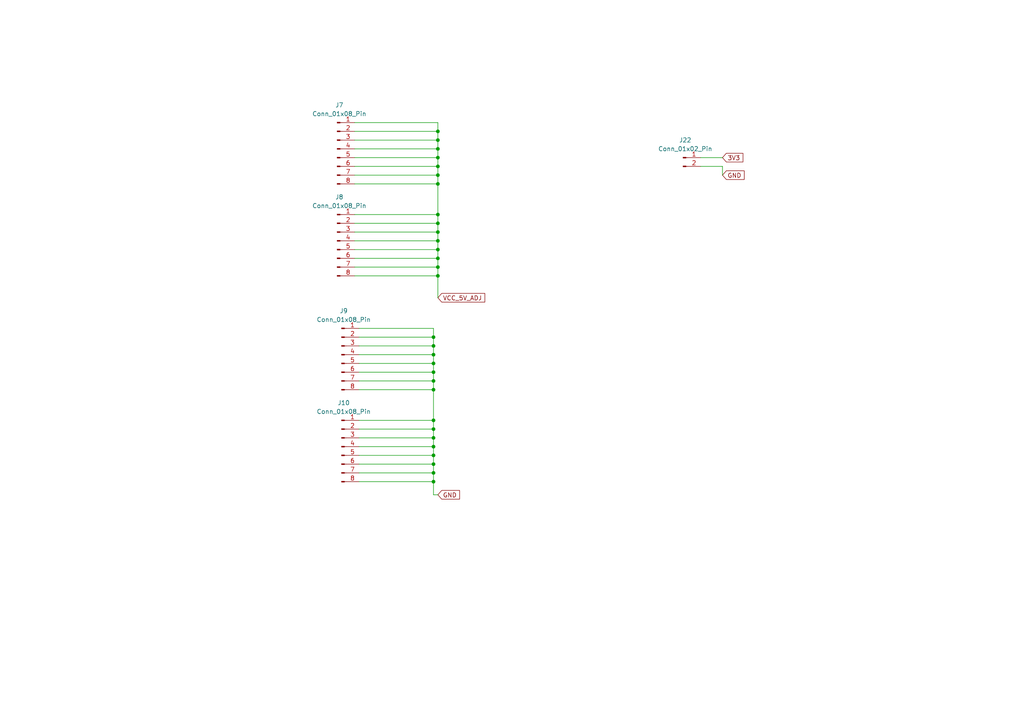
<source format=kicad_sch>
(kicad_sch (version 20250114) (generator "eeschema") (generator_version "9.0")
  (paper "A4")
  (lib_symbols
    (symbol "Connector:Conn_01x02_Pin" (pin_names (offset 1.016) (hide yes))
      (property "Reference" "J" (at 0 2.54 0))
      (property "Value" "Conn_01x02_Pin" (at 0 -5.08 0))
      (symbol "Conn_01x02_Pin_1_1"
        (rectangle (start 0.8636 0.127) (end 0 -0.127) (stroke (width 0.1524)) (fill (type outline)))
        (rectangle (start 0.8636 -2.413) (end 0 -2.667) (stroke (width 0.1524)) (fill (type outline)))
        (polyline (pts (xy 1.27 0) (xy 0.8636 0)) (stroke (width 0.1524)))
        (polyline (pts (xy 1.27 -2.54) (xy 0.8636 -2.54)) (stroke (width 0.1524)))
        (pin passive line (at 5.08 0 180) (length 3.81) (name "Pin_1") (number "1"))
        (pin passive line (at 5.08 -2.54 180) (length 3.81) (name "Pin_2") (number "2"))
      )
    )
    (symbol "Connector:Conn_01x08_Pin" (pin_names (offset 1.016) (hide yes))
      (property "Reference" "J" (at 0 10.16 0))
      (property "Value" "Conn_01x08_Pin" (at 0 -12.7 0))
      (symbol "Conn_01x08_Pin_1_1"
        (rectangle (start 0.8636 7.747) (end 0 7.493) (stroke (width 0.1524)) (fill (type outline)))
        (rectangle (start 0.8636 5.207) (end 0 4.953) (stroke (width 0.1524)) (fill (type outline)))
        (rectangle (start 0.8636 2.667) (end 0 2.413) (stroke (width 0.1524)) (fill (type outline)))
        (rectangle (start 0.8636 0.127) (end 0 -0.127) (stroke (width 0.1524)) (fill (type outline)))
        (rectangle (start 0.8636 -2.413) (end 0 -2.667) (stroke (width 0.1524)) (fill (type outline)))
        (rectangle (start 0.8636 -4.953) (end 0 -5.207) (stroke (width 0.1524)) (fill (type outline)))
        (rectangle (start 0.8636 -7.493) (end 0 -7.747) (stroke (width 0.1524)) (fill (type outline)))
        (rectangle (start 0.8636 -10.033) (end 0 -10.287) (stroke (width 0.1524)) (fill (type outline)))
        (polyline (pts (xy 1.27 7.62) (xy 0.8636 7.62)) (stroke (width 0.1524)))
        (polyline (pts (xy 1.27 5.08) (xy 0.8636 5.08)) (stroke (width 0.1524)))
        (polyline (pts (xy 1.27 2.54) (xy 0.8636 2.54)) (stroke (width 0.1524)))
        (polyline (pts (xy 1.27 0) (xy 0.8636 0)) (stroke (width 0.1524)))
        (polyline (pts (xy 1.27 -2.54) (xy 0.8636 -2.54)) (stroke (width 0.1524)))
        (polyline (pts (xy 1.27 -5.08) (xy 0.8636 -5.08)) (stroke (width 0.1524)))
        (polyline (pts (xy 1.27 -7.62) (xy 0.8636 -7.62)) (stroke (width 0.1524)))
        (polyline (pts (xy 1.27 -10.16) (xy 0.8636 -10.16)) (stroke (width 0.1524)))
        (pin passive line (at 5.08 7.62 180) (length 3.81) (name "Pin_1") (number "1"))
        (pin passive line (at 5.08 5.08 180) (length 3.81) (name "Pin_2") (number "2"))
        (pin passive line (at 5.08 2.54 180) (length 3.81) (name "Pin_3") (number "3"))
        (pin passive line (at 5.08 0 180) (length 3.81) (name "Pin_4") (number "4"))
        (pin passive line (at 5.08 -2.54 180) (length 3.81) (name "Pin_5") (number "5"))
        (pin passive line (at 5.08 -5.08 180) (length 3.81) (name "Pin_6") (number "6"))
        (pin passive line (at 5.08 -7.62 180) (length 3.81) (name "Pin_7") (number "7"))
        (pin passive line (at 5.08 -10.16 180) (length 3.81) (name "Pin_8") (number "8"))
      )
    )
  )
  (junction (at 125.73 129.54))
  (junction (at 125.73 102.87))
  (junction (at 125.73 97.79))
  (junction (at 127 77.47))
  (junction (at 125.73 139.7))
  (junction (at 127 45.72))
  (junction (at 125.73 113.03))
  (junction (at 127 69.85))
  (junction (at 127 40.64))
  (junction (at 125.73 124.46))
  (junction (at 127 50.8))
  (junction (at 127 43.18))
  (junction (at 127 72.39))
  (junction (at 127 48.26))
  (junction (at 125.73 107.95))
  (junction (at 127 38.1))
  (junction (at 125.73 100.33))
  (junction (at 125.73 132.08))
  (junction (at 127 64.77))
  (junction (at 125.73 134.62))
  (junction (at 127 80.01))
  (junction (at 125.73 121.92))
  (junction (at 127 74.93))
  (junction (at 127 53.34))
  (junction (at 125.73 127))
  (junction (at 125.73 105.41))
  (junction (at 127 67.31))
  (junction (at 127 62.23))
  (junction (at 125.73 110.49))
  (junction (at 125.73 137.16))
  (wire (pts (xy 102.87 38.1) (xy 127 38.1)))
  (wire (pts (xy 102.87 53.34) (xy 127 53.34)))
  (wire (pts (xy 125.73 100.33) (xy 104.14 100.33)))
  (wire (pts (xy 125.73 121.92) (xy 125.73 124.46)))
  (wire (pts (xy 203.2 45.72) (xy 209.55 45.72)))
  (wire (pts (xy 125.73 95.25) (xy 125.73 97.79)))
  (wire (pts (xy 209.55 48.26) (xy 209.55 50.8)))
  (wire (pts (xy 125.73 102.87) (xy 104.14 102.87)))
  (wire (pts (xy 125.73 139.7) (xy 104.14 139.7)))
  (wire (pts (xy 102.87 62.23) (xy 127 62.23)))
  (wire (pts (xy 125.73 110.49) (xy 125.73 113.03)))
  (wire (pts (xy 125.73 129.54) (xy 104.14 129.54)))
  (wire (pts (xy 125.73 132.08) (xy 125.73 134.62)))
  (wire (pts (xy 127 74.93) (xy 127 77.47)))
  (wire (pts (xy 127 43.18) (xy 127 45.72)))
  (wire (pts (xy 102.87 64.77) (xy 127 64.77)))
  (wire (pts (xy 127 62.23) (xy 127 64.77)))
  (wire (pts (xy 125.73 127) (xy 104.14 127)))
  (wire (pts (xy 102.87 69.85) (xy 127 69.85)))
  (wire (pts (xy 125.73 124.46) (xy 125.73 127)))
  (wire (pts (xy 127 143.51) (xy 125.73 143.51)))
  (wire (pts (xy 125.73 105.41) (xy 125.73 107.95)))
  (wire (pts (xy 125.73 97.79) (xy 104.14 97.79)))
  (wire (pts (xy 102.87 77.47) (xy 127 77.47)))
  (wire (pts (xy 127 69.85) (xy 127 72.39)))
  (wire (pts (xy 125.73 143.51) (xy 125.73 139.7)))
  (wire (pts (xy 125.73 107.95) (xy 104.14 107.95)))
  (wire (pts (xy 127 40.64) (xy 127 43.18)))
  (wire (pts (xy 127 45.72) (xy 127 48.26)))
  (wire (pts (xy 102.87 48.26) (xy 127 48.26)))
  (wire (pts (xy 203.2 48.26) (xy 209.55 48.26)))
  (wire (pts (xy 127 72.39) (xy 127 74.93)))
  (wire (pts (xy 125.73 121.92) (xy 104.14 121.92)))
  (wire (pts (xy 125.73 124.46) (xy 104.14 124.46)))
  (wire (pts (xy 127 80.01) (xy 127 86.36)))
  (wire (pts (xy 127 50.8) (xy 127 53.34)))
  (wire (pts (xy 102.87 50.8) (xy 127 50.8)))
  (wire (pts (xy 125.73 132.08) (xy 104.14 132.08)))
  (wire (pts (xy 125.73 107.95) (xy 125.73 110.49)))
  (wire (pts (xy 125.73 102.87) (xy 125.73 105.41)))
  (wire (pts (xy 125.73 129.54) (xy 125.73 132.08)))
  (wire (pts (xy 125.73 113.03) (xy 104.14 113.03)))
  (wire (pts (xy 102.87 43.18) (xy 127 43.18)))
  (wire (pts (xy 125.73 95.25) (xy 104.14 95.25)))
  (wire (pts (xy 102.87 67.31) (xy 127 67.31)))
  (wire (pts (xy 102.87 74.93) (xy 127 74.93)))
  (wire (pts (xy 102.87 35.56) (xy 127 35.56)))
  (wire (pts (xy 127 35.56) (xy 127 38.1)))
  (wire (pts (xy 127 77.47) (xy 127 80.01)))
  (wire (pts (xy 125.73 110.49) (xy 104.14 110.49)))
  (wire (pts (xy 102.87 45.72) (xy 127 45.72)))
  (wire (pts (xy 127 53.34) (xy 127 62.23)))
  (wire (pts (xy 127 67.31) (xy 127 69.85)))
  (wire (pts (xy 125.73 127) (xy 125.73 129.54)))
  (wire (pts (xy 125.73 134.62) (xy 125.73 137.16)))
  (wire (pts (xy 125.73 137.16) (xy 125.73 139.7)))
  (wire (pts (xy 102.87 40.64) (xy 127 40.64)))
  (wire (pts (xy 102.87 80.01) (xy 127 80.01)))
  (wire (pts (xy 102.87 72.39) (xy 127 72.39)))
  (wire (pts (xy 127 48.26) (xy 127 50.8)))
  (wire (pts (xy 125.73 105.41) (xy 104.14 105.41)))
  (wire (pts (xy 125.73 97.79) (xy 125.73 100.33)))
  (wire (pts (xy 125.73 137.16) (xy 104.14 137.16)))
  (wire (pts (xy 125.73 100.33) (xy 125.73 102.87)))
  (wire (pts (xy 125.73 113.03) (xy 125.73 121.92)))
  (wire (pts (xy 127 38.1) (xy 127 40.64)))
  (wire (pts (xy 125.73 134.62) (xy 104.14 134.62)))
  (wire (pts (xy 127 64.77) (xy 127 67.31)))
  (global_label "GND" (shape input) (at 127 143.51 0) (property "Intersheetrefs" "${INTERSHEET_REFS}" (effects (hide yes))))
  (global_label "3V3" (shape input) (at 209.55 45.72 0) (property "Intersheetrefs" "${INTERSHEET_REFS}" (effects (hide yes))))
  (global_label "GND" (shape input) (at 209.55 50.8 0) (property "Intersheetrefs" "${INTERSHEET_REFS}" (effects (hide yes))))
  (global_label "VCC_5V_ADJ" (shape input) (at 127 86.36 0) (property "Intersheetrefs" "${INTERSHEET_REFS}" (effects (hide yes))))
  (symbol (lib_id "Connector:Conn_01x08_Pin") (at 97.79 43.18 0) (unit 1)
    (property "Reference" "J7" (at 98.425 30.48 0))
    (property "Value" "Conn_01x08_Pin" (at 98.425 33.02 0))
    (property "Footprint" "Connector_PinHeader_2.54mm:PinHeader_1x08_P2.54mm_Vertical" (effects (hide yes)))
    (property "Description" "Generic connector, single row, 01x08, script generated" (effects (hide yes)))
  )
  (symbol (lib_id "Connector:Conn_01x02_Pin") (at 198.12 45.72 0) (unit 1)
    (property "Reference" "J22" (at 198.755 40.64 0))
    (property "Value" "Conn_01x02_Pin" (at 198.755 43.18 0))
    (property "Footprint" "Connector_PinHeader_2.54mm:PinHeader_1x02_P2.54mm_Vertical" (effects (hide yes)))
    (property "Description" "Generic connector, single row, 01x02, script generated" (effects (hide yes)))
  )
  (symbol (lib_id "Connector:Conn_01x08_Pin") (at 97.79 69.85 0) (unit 1)
    (property "Reference" "J8" (at 98.425 57.15 0))
    (property "Value" "Conn_01x08_Pin" (at 98.425 59.69 0))
    (property "Footprint" "Connector_PinHeader_2.54mm:PinHeader_1x08_P2.54mm_Vertical" (effects (hide yes)))
    (property "Description" "Generic connector, single row, 01x08, script generated" (effects (hide yes)))
  )
  (symbol (lib_id "Connector:Conn_01x08_Pin") (at 99.06 129.54 0) (unit 1)
    (property "Reference" "J10" (at 99.695 116.84 0))
    (property "Value" "Conn_01x08_Pin" (at 99.695 119.38 0))
    (property "Footprint" "Connector_PinHeader_2.54mm:PinHeader_1x08_P2.54mm_Vertical" (effects (hide yes)))
    (property "Description" "Generic connector, single row, 01x08, script generated" (effects (hide yes)))
  )
  (symbol (lib_id "Connector:Conn_01x08_Pin") (at 99.06 102.87 0) (unit 1)
    (property "Reference" "J9" (at 99.695 90.17 0))
    (property "Value" "Conn_01x08_Pin" (at 99.695 92.71 0))
    (property "Footprint" "Connector_PinHeader_2.54mm:PinHeader_1x08_P2.54mm_Vertical" (effects (hide yes)))
    (property "Description" "Generic connector, single row, 01x08, script generated" (effects (hide yes)))
  )
)
</source>
